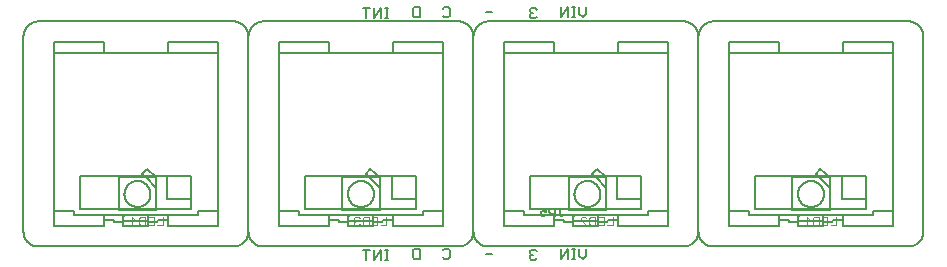
<source format=gbr>
G04 EAGLE Gerber RS-274X export*
G75*
%MOMM*%
%FSLAX34Y34*%
%LPD*%
%INSilkscreen Bottom*%
%IPPOS*%
%AMOC8*
5,1,8,0,0,1.08239X$1,22.5*%
G01*
%ADD10C,0.152400*%
%ADD11C,0.127000*%
%ADD12C,0.076200*%


D10*
X476532Y215145D02*
X476532Y209383D01*
X473650Y206502D01*
X470769Y209383D01*
X470769Y215145D01*
X467176Y206502D02*
X464295Y206502D01*
X465736Y206502D02*
X465736Y215145D01*
X467176Y215145D02*
X464295Y215145D01*
X460940Y215145D02*
X460940Y206502D01*
X455177Y206502D02*
X460940Y215145D01*
X455177Y215145D02*
X455177Y206502D01*
X434446Y213070D02*
X433005Y214510D01*
X430124Y214510D01*
X428683Y213070D01*
X428683Y211629D01*
X430124Y210189D01*
X431564Y210189D01*
X430124Y210189D02*
X428683Y208748D01*
X428683Y207308D01*
X430124Y205867D01*
X433005Y205867D01*
X434446Y207308D01*
X396981Y210824D02*
X391218Y210824D01*
X356464Y215145D02*
X355023Y213705D01*
X356464Y215145D02*
X359345Y215145D01*
X360786Y213705D01*
X360786Y207943D01*
X359345Y206502D01*
X356464Y206502D01*
X355023Y207943D01*
X335386Y206502D02*
X335386Y215145D01*
X335386Y206502D02*
X331064Y206502D01*
X329623Y207943D01*
X329623Y213705D01*
X331064Y215145D01*
X335386Y215145D01*
X308892Y205867D02*
X306010Y205867D01*
X307451Y205867D02*
X307451Y214510D01*
X308892Y214510D02*
X306010Y214510D01*
X302655Y214510D02*
X302655Y205867D01*
X296893Y205867D02*
X302655Y214510D01*
X296893Y214510D02*
X296893Y205867D01*
X290419Y205867D02*
X290419Y214510D01*
X293300Y214510D02*
X287537Y214510D01*
X476532Y10675D02*
X476532Y4913D01*
X473650Y2032D01*
X470769Y4913D01*
X470769Y10675D01*
X467176Y2032D02*
X464295Y2032D01*
X465736Y2032D02*
X465736Y10675D01*
X467176Y10675D02*
X464295Y10675D01*
X460940Y10675D02*
X460940Y2032D01*
X455177Y2032D02*
X460940Y10675D01*
X455177Y10675D02*
X455177Y2032D01*
X434446Y8600D02*
X433005Y10040D01*
X430124Y10040D01*
X428683Y8600D01*
X428683Y7159D01*
X430124Y5719D01*
X431564Y5719D01*
X430124Y5719D02*
X428683Y4278D01*
X428683Y2838D01*
X430124Y1397D01*
X433005Y1397D01*
X434446Y2838D01*
X396981Y6354D02*
X391218Y6354D01*
X356464Y10675D02*
X355023Y9235D01*
X356464Y10675D02*
X359345Y10675D01*
X360786Y9235D01*
X360786Y3473D01*
X359345Y2032D01*
X356464Y2032D01*
X355023Y3473D01*
X335386Y2032D02*
X335386Y10675D01*
X335386Y2032D02*
X331064Y2032D01*
X329623Y3473D01*
X329623Y9235D01*
X331064Y10675D01*
X335386Y10675D01*
X308892Y1397D02*
X306010Y1397D01*
X307451Y1397D02*
X307451Y10040D01*
X308892Y10040D02*
X306010Y10040D01*
X302655Y10040D02*
X302655Y1397D01*
X296893Y1397D02*
X302655Y10040D01*
X296893Y10040D02*
X296893Y1397D01*
X290419Y1397D02*
X290419Y10040D01*
X293300Y10040D02*
X287537Y10040D01*
D11*
X48300Y44350D02*
X48300Y72430D01*
X48300Y44350D02*
X142080Y44350D01*
X142080Y72430D01*
X48300Y72430D01*
X48300Y72460D01*
X121890Y52870D02*
X142110Y52870D01*
X121890Y52870D02*
X121890Y72370D01*
X122370Y185500D02*
X164490Y185500D01*
X164490Y42640D01*
X164490Y29860D01*
X122250Y29860D01*
X122250Y38860D01*
X68370Y38860D01*
X68370Y29860D01*
X25680Y29860D01*
X25680Y42640D01*
X25680Y176050D01*
X25680Y185560D01*
X68190Y185560D01*
X68190Y176050D01*
X122280Y176050D01*
X122280Y185500D01*
X105780Y38830D02*
X105780Y31960D01*
X105780Y38830D02*
X105750Y38830D01*
X105780Y31780D02*
X105780Y30340D01*
X84690Y30340D01*
X84690Y33670D01*
X84690Y34450D01*
X105660Y34450D01*
X84690Y34450D02*
X84690Y38830D01*
X84720Y38830D01*
X105840Y33700D02*
X113430Y33700D01*
X105840Y33700D02*
X105840Y33730D01*
X113430Y33700D02*
X114300Y34870D01*
X122160Y34870D01*
X84690Y33670D02*
X77070Y33670D01*
X71910Y34840D02*
X68400Y34840D01*
X71940Y34840D02*
X76560Y34840D01*
X76560Y34870D01*
X77070Y33670D01*
X122280Y176050D02*
X164430Y176050D01*
X164430Y176020D01*
X68190Y176050D02*
X25680Y176050D01*
X122280Y39130D02*
X122280Y37990D01*
X122280Y39130D02*
X147600Y39130D01*
X147600Y42640D01*
X164490Y42640D01*
X28620Y42640D02*
X25680Y42640D01*
X28650Y42640D02*
X42780Y42640D01*
X42780Y39160D01*
X68370Y39160D01*
X68370Y38860D01*
D10*
X0Y25400D02*
X0Y190500D01*
X0Y25400D02*
X4Y25093D01*
X15Y24786D01*
X33Y24480D01*
X59Y24174D01*
X93Y23869D01*
X133Y23565D01*
X181Y23262D01*
X237Y22960D01*
X299Y22660D01*
X369Y22361D01*
X446Y22064D01*
X530Y21768D01*
X622Y21475D01*
X720Y21185D01*
X825Y20897D01*
X938Y20611D01*
X1057Y20328D01*
X1183Y20048D01*
X1315Y19771D01*
X1455Y19498D01*
X1601Y19228D01*
X1753Y18962D01*
X1912Y18699D01*
X2077Y18440D01*
X2248Y18186D01*
X2425Y17935D01*
X2609Y17689D01*
X2798Y17447D01*
X2993Y17211D01*
X3194Y16978D01*
X3400Y16751D01*
X3612Y16529D01*
X3829Y16312D01*
X4051Y16100D01*
X4278Y15894D01*
X4511Y15693D01*
X4747Y15498D01*
X4989Y15309D01*
X5235Y15125D01*
X5486Y14948D01*
X5740Y14777D01*
X5999Y14612D01*
X6262Y14453D01*
X6528Y14301D01*
X6798Y14155D01*
X7071Y14015D01*
X7348Y13883D01*
X7628Y13757D01*
X7911Y13638D01*
X8197Y13525D01*
X8485Y13420D01*
X8775Y13322D01*
X9068Y13230D01*
X9364Y13146D01*
X9661Y13069D01*
X9960Y12999D01*
X10260Y12937D01*
X10562Y12881D01*
X10865Y12833D01*
X11169Y12793D01*
X11474Y12759D01*
X11780Y12733D01*
X12086Y12715D01*
X12393Y12704D01*
X12700Y12700D01*
X177800Y12700D01*
X178107Y12704D01*
X178414Y12715D01*
X178720Y12733D01*
X179026Y12759D01*
X179331Y12793D01*
X179635Y12833D01*
X179938Y12881D01*
X180240Y12937D01*
X180540Y12999D01*
X180839Y13069D01*
X181136Y13146D01*
X181432Y13230D01*
X181725Y13322D01*
X182015Y13420D01*
X182303Y13525D01*
X182589Y13638D01*
X182872Y13757D01*
X183152Y13883D01*
X183429Y14015D01*
X183702Y14155D01*
X183972Y14301D01*
X184238Y14453D01*
X184501Y14612D01*
X184760Y14777D01*
X185014Y14948D01*
X185265Y15125D01*
X185511Y15309D01*
X185753Y15498D01*
X185989Y15693D01*
X186222Y15894D01*
X186449Y16100D01*
X186671Y16312D01*
X186888Y16529D01*
X187100Y16751D01*
X187306Y16978D01*
X187507Y17211D01*
X187702Y17447D01*
X187891Y17689D01*
X188075Y17935D01*
X188252Y18186D01*
X188423Y18440D01*
X188588Y18699D01*
X188747Y18962D01*
X188899Y19228D01*
X189045Y19498D01*
X189185Y19771D01*
X189317Y20048D01*
X189443Y20328D01*
X189562Y20611D01*
X189675Y20897D01*
X189780Y21185D01*
X189878Y21475D01*
X189970Y21768D01*
X190054Y22064D01*
X190131Y22361D01*
X190201Y22660D01*
X190263Y22960D01*
X190319Y23262D01*
X190367Y23565D01*
X190407Y23869D01*
X190441Y24174D01*
X190467Y24480D01*
X190485Y24786D01*
X190496Y25093D01*
X190500Y25400D01*
X190500Y190500D01*
X190496Y190807D01*
X190485Y191114D01*
X190467Y191420D01*
X190441Y191726D01*
X190407Y192031D01*
X190367Y192335D01*
X190319Y192638D01*
X190263Y192940D01*
X190201Y193240D01*
X190131Y193539D01*
X190054Y193836D01*
X189970Y194132D01*
X189878Y194425D01*
X189780Y194715D01*
X189675Y195003D01*
X189562Y195289D01*
X189443Y195572D01*
X189317Y195852D01*
X189185Y196129D01*
X189045Y196402D01*
X188899Y196672D01*
X188747Y196938D01*
X188588Y197201D01*
X188423Y197460D01*
X188252Y197714D01*
X188075Y197965D01*
X187891Y198211D01*
X187702Y198453D01*
X187507Y198689D01*
X187306Y198922D01*
X187100Y199149D01*
X186888Y199371D01*
X186671Y199588D01*
X186449Y199800D01*
X186222Y200006D01*
X185989Y200207D01*
X185753Y200402D01*
X185511Y200591D01*
X185265Y200775D01*
X185014Y200952D01*
X184760Y201123D01*
X184501Y201288D01*
X184238Y201447D01*
X183972Y201599D01*
X183702Y201745D01*
X183429Y201885D01*
X183152Y202017D01*
X182872Y202143D01*
X182589Y202262D01*
X182303Y202375D01*
X182015Y202480D01*
X181725Y202578D01*
X181432Y202670D01*
X181136Y202754D01*
X180839Y202831D01*
X180540Y202901D01*
X180240Y202963D01*
X179938Y203019D01*
X179635Y203067D01*
X179331Y203107D01*
X179026Y203141D01*
X178720Y203167D01*
X178414Y203185D01*
X178107Y203196D01*
X177800Y203200D01*
X12700Y203200D01*
X12393Y203196D01*
X12086Y203185D01*
X11780Y203167D01*
X11474Y203141D01*
X11169Y203107D01*
X10865Y203067D01*
X10562Y203019D01*
X10260Y202963D01*
X9960Y202901D01*
X9661Y202831D01*
X9364Y202754D01*
X9068Y202670D01*
X8775Y202578D01*
X8485Y202480D01*
X8197Y202375D01*
X7911Y202262D01*
X7628Y202143D01*
X7348Y202017D01*
X7071Y201885D01*
X6798Y201745D01*
X6528Y201599D01*
X6262Y201447D01*
X5999Y201288D01*
X5740Y201123D01*
X5486Y200952D01*
X5235Y200775D01*
X4989Y200591D01*
X4747Y200402D01*
X4511Y200207D01*
X4278Y200006D01*
X4051Y199800D01*
X3829Y199588D01*
X3612Y199371D01*
X3400Y199149D01*
X3194Y198922D01*
X2993Y198689D01*
X2798Y198453D01*
X2609Y198211D01*
X2425Y197965D01*
X2248Y197714D01*
X2077Y197460D01*
X1912Y197201D01*
X1753Y196938D01*
X1601Y196672D01*
X1455Y196402D01*
X1315Y196129D01*
X1183Y195852D01*
X1057Y195572D01*
X938Y195289D01*
X825Y195003D01*
X720Y194715D01*
X622Y194425D01*
X530Y194132D01*
X446Y193836D01*
X369Y193539D01*
X299Y193240D01*
X237Y192940D01*
X181Y192638D01*
X133Y192335D01*
X93Y192031D01*
X59Y191726D01*
X33Y191420D01*
X15Y191114D01*
X4Y190807D01*
X0Y190500D01*
D11*
X650750Y43150D02*
X682750Y43150D01*
X682750Y62150D01*
X682750Y71150D01*
X673750Y71150D01*
X650750Y71150D01*
X650750Y43150D01*
X673750Y71150D02*
X682750Y62150D01*
X655750Y57150D02*
X655753Y57420D01*
X655763Y57690D01*
X655780Y57959D01*
X655803Y58228D01*
X655833Y58497D01*
X655869Y58764D01*
X655912Y59031D01*
X655961Y59296D01*
X656017Y59560D01*
X656080Y59823D01*
X656148Y60084D01*
X656224Y60343D01*
X656305Y60600D01*
X656393Y60856D01*
X656487Y61109D01*
X656587Y61360D01*
X656694Y61608D01*
X656806Y61853D01*
X656925Y62096D01*
X657049Y62335D01*
X657179Y62572D01*
X657315Y62805D01*
X657457Y63035D01*
X657604Y63261D01*
X657757Y63484D01*
X657915Y63703D01*
X658078Y63918D01*
X658247Y64128D01*
X658421Y64335D01*
X658600Y64537D01*
X658783Y64735D01*
X658972Y64928D01*
X659165Y65117D01*
X659363Y65300D01*
X659565Y65479D01*
X659772Y65653D01*
X659982Y65822D01*
X660197Y65985D01*
X660416Y66143D01*
X660639Y66296D01*
X660865Y66443D01*
X661095Y66585D01*
X661328Y66721D01*
X661565Y66851D01*
X661804Y66975D01*
X662047Y67094D01*
X662292Y67206D01*
X662540Y67313D01*
X662791Y67413D01*
X663044Y67507D01*
X663300Y67595D01*
X663557Y67676D01*
X663816Y67752D01*
X664077Y67820D01*
X664340Y67883D01*
X664604Y67939D01*
X664869Y67988D01*
X665136Y68031D01*
X665403Y68067D01*
X665672Y68097D01*
X665941Y68120D01*
X666210Y68137D01*
X666480Y68147D01*
X666750Y68150D01*
X667020Y68147D01*
X667290Y68137D01*
X667559Y68120D01*
X667828Y68097D01*
X668097Y68067D01*
X668364Y68031D01*
X668631Y67988D01*
X668896Y67939D01*
X669160Y67883D01*
X669423Y67820D01*
X669684Y67752D01*
X669943Y67676D01*
X670200Y67595D01*
X670456Y67507D01*
X670709Y67413D01*
X670960Y67313D01*
X671208Y67206D01*
X671453Y67094D01*
X671696Y66975D01*
X671935Y66851D01*
X672172Y66721D01*
X672405Y66585D01*
X672635Y66443D01*
X672861Y66296D01*
X673084Y66143D01*
X673303Y65985D01*
X673518Y65822D01*
X673728Y65653D01*
X673935Y65479D01*
X674137Y65300D01*
X674335Y65117D01*
X674528Y64928D01*
X674717Y64735D01*
X674900Y64537D01*
X675079Y64335D01*
X675253Y64128D01*
X675422Y63918D01*
X675585Y63703D01*
X675743Y63484D01*
X675896Y63261D01*
X676043Y63035D01*
X676185Y62805D01*
X676321Y62572D01*
X676451Y62335D01*
X676575Y62096D01*
X676694Y61853D01*
X676806Y61608D01*
X676913Y61360D01*
X677013Y61109D01*
X677107Y60856D01*
X677195Y60600D01*
X677276Y60343D01*
X677352Y60084D01*
X677420Y59823D01*
X677483Y59560D01*
X677539Y59296D01*
X677588Y59031D01*
X677631Y58764D01*
X677667Y58497D01*
X677697Y58228D01*
X677720Y57959D01*
X677737Y57690D01*
X677747Y57420D01*
X677750Y57150D01*
X677747Y56880D01*
X677737Y56610D01*
X677720Y56341D01*
X677697Y56072D01*
X677667Y55803D01*
X677631Y55536D01*
X677588Y55269D01*
X677539Y55004D01*
X677483Y54740D01*
X677420Y54477D01*
X677352Y54216D01*
X677276Y53957D01*
X677195Y53700D01*
X677107Y53444D01*
X677013Y53191D01*
X676913Y52940D01*
X676806Y52692D01*
X676694Y52447D01*
X676575Y52204D01*
X676451Y51965D01*
X676321Y51728D01*
X676185Y51495D01*
X676043Y51265D01*
X675896Y51039D01*
X675743Y50816D01*
X675585Y50597D01*
X675422Y50382D01*
X675253Y50172D01*
X675079Y49965D01*
X674900Y49763D01*
X674717Y49565D01*
X674528Y49372D01*
X674335Y49183D01*
X674137Y49000D01*
X673935Y48821D01*
X673728Y48647D01*
X673518Y48478D01*
X673303Y48315D01*
X673084Y48157D01*
X672861Y48004D01*
X672635Y47857D01*
X672405Y47715D01*
X672172Y47579D01*
X671935Y47449D01*
X671696Y47325D01*
X671453Y47206D01*
X671208Y47094D01*
X670960Y46987D01*
X670709Y46887D01*
X670456Y46793D01*
X670200Y46705D01*
X669943Y46624D01*
X669684Y46548D01*
X669423Y46480D01*
X669160Y46417D01*
X668896Y46361D01*
X668631Y46312D01*
X668364Y46269D01*
X668097Y46233D01*
X667828Y46203D01*
X667559Y46180D01*
X667290Y46163D01*
X667020Y46153D01*
X666750Y46150D01*
X666480Y46153D01*
X666210Y46163D01*
X665941Y46180D01*
X665672Y46203D01*
X665403Y46233D01*
X665136Y46269D01*
X664869Y46312D01*
X664604Y46361D01*
X664340Y46417D01*
X664077Y46480D01*
X663816Y46548D01*
X663557Y46624D01*
X663300Y46705D01*
X663044Y46793D01*
X662791Y46887D01*
X662540Y46987D01*
X662292Y47094D01*
X662047Y47206D01*
X661804Y47325D01*
X661565Y47449D01*
X661328Y47579D01*
X661095Y47715D01*
X660865Y47857D01*
X660639Y48004D01*
X660416Y48157D01*
X660197Y48315D01*
X659982Y48478D01*
X659772Y48647D01*
X659565Y48821D01*
X659363Y49000D01*
X659165Y49183D01*
X658972Y49372D01*
X658783Y49565D01*
X658600Y49763D01*
X658421Y49965D01*
X658247Y50172D01*
X658078Y50382D01*
X657915Y50597D01*
X657757Y50816D01*
X657604Y51039D01*
X657457Y51265D01*
X657315Y51495D01*
X657179Y51728D01*
X657049Y51965D01*
X656925Y52204D01*
X656806Y52447D01*
X656694Y52692D01*
X656587Y52940D01*
X656487Y53191D01*
X656393Y53444D01*
X656305Y53700D01*
X656224Y53957D01*
X656148Y54216D01*
X656080Y54477D01*
X656017Y54740D01*
X655961Y55004D01*
X655912Y55269D01*
X655869Y55536D01*
X655833Y55803D01*
X655803Y56072D01*
X655780Y56341D01*
X655763Y56610D01*
X655753Y56880D01*
X655750Y57150D01*
X670750Y74150D02*
X673750Y71150D01*
X670750Y74150D02*
X674750Y78150D01*
X682750Y71150D01*
D12*
X688244Y37828D02*
X688244Y30456D01*
X683329Y30456D01*
X680760Y37828D02*
X675845Y37828D01*
X680760Y37828D02*
X680760Y30456D01*
X675845Y30456D01*
X678302Y34142D02*
X680760Y34142D01*
X673276Y37828D02*
X673276Y30456D01*
X669590Y30456D01*
X668361Y31685D01*
X668361Y36600D01*
X669590Y37828D01*
X673276Y37828D01*
X665792Y35371D02*
X663334Y37828D01*
X663334Y30456D01*
X660877Y30456D02*
X665792Y30456D01*
D10*
X457200Y39202D02*
X456098Y38100D01*
X454997Y38100D01*
X453895Y39202D01*
X453895Y44710D01*
X452794Y44710D02*
X454997Y44710D01*
X449716Y44710D02*
X449716Y38100D01*
X449716Y44710D02*
X446411Y44710D01*
X445309Y43608D01*
X445309Y41405D01*
X446411Y40303D01*
X449716Y40303D01*
X442232Y44710D02*
X437825Y44710D01*
X442232Y44710D02*
X442232Y41405D01*
X440029Y42506D01*
X438927Y42506D01*
X437825Y41405D01*
X437825Y39202D01*
X438927Y38100D01*
X441130Y38100D01*
X442232Y39202D01*
D11*
X238800Y44350D02*
X238800Y72430D01*
X238800Y44350D02*
X332580Y44350D01*
X332580Y72430D01*
X238800Y72430D01*
X238800Y72460D01*
X312390Y52870D02*
X332610Y52870D01*
X312390Y52870D02*
X312390Y72370D01*
X312870Y185500D02*
X354990Y185500D01*
X354990Y42640D01*
X354990Y29860D01*
X312750Y29860D01*
X312750Y38860D01*
X258870Y38860D01*
X258870Y29860D01*
X216180Y29860D01*
X216180Y42640D01*
X216180Y176050D01*
X216180Y185560D01*
X258690Y185560D01*
X258690Y176050D01*
X312780Y176050D01*
X312780Y185500D01*
X296280Y38830D02*
X296280Y31960D01*
X296280Y38830D02*
X296250Y38830D01*
X296280Y31780D02*
X296280Y30340D01*
X275190Y30340D01*
X275190Y33670D01*
X275190Y34450D01*
X296160Y34450D01*
X275190Y34450D02*
X275190Y38830D01*
X275220Y38830D01*
X296340Y33700D02*
X303930Y33700D01*
X296340Y33700D02*
X296340Y33730D01*
X303930Y33700D02*
X304800Y34870D01*
X312660Y34870D01*
X275190Y33670D02*
X267570Y33670D01*
X262410Y34840D02*
X258900Y34840D01*
X262440Y34840D02*
X267060Y34840D01*
X267060Y34870D01*
X267570Y33670D01*
X312780Y176050D02*
X354930Y176050D01*
X354930Y176020D01*
X258690Y176050D02*
X216180Y176050D01*
X312780Y39130D02*
X312780Y37990D01*
X312780Y39130D02*
X338100Y39130D01*
X338100Y42640D01*
X354990Y42640D01*
X219120Y42640D02*
X216180Y42640D01*
X219150Y42640D02*
X233280Y42640D01*
X233280Y39160D01*
X258870Y39160D01*
X258870Y38860D01*
D10*
X190500Y25400D02*
X190500Y190500D01*
X190500Y25400D02*
X190504Y25093D01*
X190515Y24786D01*
X190533Y24480D01*
X190559Y24174D01*
X190593Y23869D01*
X190633Y23565D01*
X190681Y23262D01*
X190737Y22960D01*
X190799Y22660D01*
X190869Y22361D01*
X190946Y22064D01*
X191030Y21768D01*
X191122Y21475D01*
X191220Y21185D01*
X191325Y20897D01*
X191438Y20611D01*
X191557Y20328D01*
X191683Y20048D01*
X191815Y19771D01*
X191955Y19498D01*
X192101Y19228D01*
X192253Y18962D01*
X192412Y18699D01*
X192577Y18440D01*
X192748Y18186D01*
X192925Y17935D01*
X193109Y17689D01*
X193298Y17447D01*
X193493Y17211D01*
X193694Y16978D01*
X193900Y16751D01*
X194112Y16529D01*
X194329Y16312D01*
X194551Y16100D01*
X194778Y15894D01*
X195011Y15693D01*
X195247Y15498D01*
X195489Y15309D01*
X195735Y15125D01*
X195986Y14948D01*
X196240Y14777D01*
X196499Y14612D01*
X196762Y14453D01*
X197028Y14301D01*
X197298Y14155D01*
X197571Y14015D01*
X197848Y13883D01*
X198128Y13757D01*
X198411Y13638D01*
X198697Y13525D01*
X198985Y13420D01*
X199275Y13322D01*
X199568Y13230D01*
X199864Y13146D01*
X200161Y13069D01*
X200460Y12999D01*
X200760Y12937D01*
X201062Y12881D01*
X201365Y12833D01*
X201669Y12793D01*
X201974Y12759D01*
X202280Y12733D01*
X202586Y12715D01*
X202893Y12704D01*
X203200Y12700D01*
X368300Y12700D01*
X368607Y12704D01*
X368914Y12715D01*
X369220Y12733D01*
X369526Y12759D01*
X369831Y12793D01*
X370135Y12833D01*
X370438Y12881D01*
X370740Y12937D01*
X371040Y12999D01*
X371339Y13069D01*
X371636Y13146D01*
X371932Y13230D01*
X372225Y13322D01*
X372515Y13420D01*
X372803Y13525D01*
X373089Y13638D01*
X373372Y13757D01*
X373652Y13883D01*
X373929Y14015D01*
X374202Y14155D01*
X374472Y14301D01*
X374738Y14453D01*
X375001Y14612D01*
X375260Y14777D01*
X375514Y14948D01*
X375765Y15125D01*
X376011Y15309D01*
X376253Y15498D01*
X376489Y15693D01*
X376722Y15894D01*
X376949Y16100D01*
X377171Y16312D01*
X377388Y16529D01*
X377600Y16751D01*
X377806Y16978D01*
X378007Y17211D01*
X378202Y17447D01*
X378391Y17689D01*
X378575Y17935D01*
X378752Y18186D01*
X378923Y18440D01*
X379088Y18699D01*
X379247Y18962D01*
X379399Y19228D01*
X379545Y19498D01*
X379685Y19771D01*
X379817Y20048D01*
X379943Y20328D01*
X380062Y20611D01*
X380175Y20897D01*
X380280Y21185D01*
X380378Y21475D01*
X380470Y21768D01*
X380554Y22064D01*
X380631Y22361D01*
X380701Y22660D01*
X380763Y22960D01*
X380819Y23262D01*
X380867Y23565D01*
X380907Y23869D01*
X380941Y24174D01*
X380967Y24480D01*
X380985Y24786D01*
X380996Y25093D01*
X381000Y25400D01*
X381000Y190500D01*
X380996Y190807D01*
X380985Y191114D01*
X380967Y191420D01*
X380941Y191726D01*
X380907Y192031D01*
X380867Y192335D01*
X380819Y192638D01*
X380763Y192940D01*
X380701Y193240D01*
X380631Y193539D01*
X380554Y193836D01*
X380470Y194132D01*
X380378Y194425D01*
X380280Y194715D01*
X380175Y195003D01*
X380062Y195289D01*
X379943Y195572D01*
X379817Y195852D01*
X379685Y196129D01*
X379545Y196402D01*
X379399Y196672D01*
X379247Y196938D01*
X379088Y197201D01*
X378923Y197460D01*
X378752Y197714D01*
X378575Y197965D01*
X378391Y198211D01*
X378202Y198453D01*
X378007Y198689D01*
X377806Y198922D01*
X377600Y199149D01*
X377388Y199371D01*
X377171Y199588D01*
X376949Y199800D01*
X376722Y200006D01*
X376489Y200207D01*
X376253Y200402D01*
X376011Y200591D01*
X375765Y200775D01*
X375514Y200952D01*
X375260Y201123D01*
X375001Y201288D01*
X374738Y201447D01*
X374472Y201599D01*
X374202Y201745D01*
X373929Y201885D01*
X373652Y202017D01*
X373372Y202143D01*
X373089Y202262D01*
X372803Y202375D01*
X372515Y202480D01*
X372225Y202578D01*
X371932Y202670D01*
X371636Y202754D01*
X371339Y202831D01*
X371040Y202901D01*
X370740Y202963D01*
X370438Y203019D01*
X370135Y203067D01*
X369831Y203107D01*
X369526Y203141D01*
X369220Y203167D01*
X368914Y203185D01*
X368607Y203196D01*
X368300Y203200D01*
X203200Y203200D01*
X202893Y203196D01*
X202586Y203185D01*
X202280Y203167D01*
X201974Y203141D01*
X201669Y203107D01*
X201365Y203067D01*
X201062Y203019D01*
X200760Y202963D01*
X200460Y202901D01*
X200161Y202831D01*
X199864Y202754D01*
X199568Y202670D01*
X199275Y202578D01*
X198985Y202480D01*
X198697Y202375D01*
X198411Y202262D01*
X198128Y202143D01*
X197848Y202017D01*
X197571Y201885D01*
X197298Y201745D01*
X197028Y201599D01*
X196762Y201447D01*
X196499Y201288D01*
X196240Y201123D01*
X195986Y200952D01*
X195735Y200775D01*
X195489Y200591D01*
X195247Y200402D01*
X195011Y200207D01*
X194778Y200006D01*
X194551Y199800D01*
X194329Y199588D01*
X194112Y199371D01*
X193900Y199149D01*
X193694Y198922D01*
X193493Y198689D01*
X193298Y198453D01*
X193109Y198211D01*
X192925Y197965D01*
X192748Y197714D01*
X192577Y197460D01*
X192412Y197201D01*
X192253Y196938D01*
X192101Y196672D01*
X191955Y196402D01*
X191815Y196129D01*
X191683Y195852D01*
X191557Y195572D01*
X191438Y195289D01*
X191325Y195003D01*
X191220Y194715D01*
X191122Y194425D01*
X191030Y194132D01*
X190946Y193836D01*
X190869Y193539D01*
X190799Y193240D01*
X190737Y192940D01*
X190681Y192638D01*
X190633Y192335D01*
X190593Y192031D01*
X190559Y191726D01*
X190533Y191420D01*
X190515Y191114D01*
X190504Y190807D01*
X190500Y190500D01*
D11*
X429300Y72430D02*
X429300Y44350D01*
X523080Y44350D01*
X523080Y72430D01*
X429300Y72430D01*
X429300Y72460D01*
X502890Y52870D02*
X523110Y52870D01*
X502890Y52870D02*
X502890Y72370D01*
X503370Y185500D02*
X545490Y185500D01*
X545490Y42640D01*
X545490Y29860D01*
X503250Y29860D01*
X503250Y38860D01*
X449370Y38860D01*
X449370Y29860D01*
X406680Y29860D01*
X406680Y42640D01*
X406680Y176050D01*
X406680Y185560D01*
X449190Y185560D01*
X449190Y176050D01*
X503280Y176050D01*
X503280Y185500D01*
X486780Y38830D02*
X486780Y31960D01*
X486780Y38830D02*
X486750Y38830D01*
X486780Y31780D02*
X486780Y30340D01*
X465690Y30340D01*
X465690Y33670D01*
X465690Y34450D01*
X486660Y34450D01*
X465690Y34450D02*
X465690Y38830D01*
X465720Y38830D01*
X486840Y33700D02*
X494430Y33700D01*
X486840Y33700D02*
X486840Y33730D01*
X494430Y33700D02*
X495300Y34870D01*
X503160Y34870D01*
X465690Y33670D02*
X458070Y33670D01*
X452910Y34840D02*
X449400Y34840D01*
X452940Y34840D02*
X457560Y34840D01*
X457560Y34870D01*
X458070Y33670D01*
X503280Y176050D02*
X545430Y176050D01*
X545430Y176020D01*
X449190Y176050D02*
X406680Y176050D01*
X503280Y39130D02*
X503280Y37990D01*
X503280Y39130D02*
X528600Y39130D01*
X528600Y42640D01*
X545490Y42640D01*
X409620Y42640D02*
X406680Y42640D01*
X409650Y42640D02*
X423780Y42640D01*
X423780Y39160D01*
X449370Y39160D01*
X449370Y38860D01*
D10*
X381000Y25400D02*
X381000Y190500D01*
X381000Y25400D02*
X381004Y25093D01*
X381015Y24786D01*
X381033Y24480D01*
X381059Y24174D01*
X381093Y23869D01*
X381133Y23565D01*
X381181Y23262D01*
X381237Y22960D01*
X381299Y22660D01*
X381369Y22361D01*
X381446Y22064D01*
X381530Y21768D01*
X381622Y21475D01*
X381720Y21185D01*
X381825Y20897D01*
X381938Y20611D01*
X382057Y20328D01*
X382183Y20048D01*
X382315Y19771D01*
X382455Y19498D01*
X382601Y19228D01*
X382753Y18962D01*
X382912Y18699D01*
X383077Y18440D01*
X383248Y18186D01*
X383425Y17935D01*
X383609Y17689D01*
X383798Y17447D01*
X383993Y17211D01*
X384194Y16978D01*
X384400Y16751D01*
X384612Y16529D01*
X384829Y16312D01*
X385051Y16100D01*
X385278Y15894D01*
X385511Y15693D01*
X385747Y15498D01*
X385989Y15309D01*
X386235Y15125D01*
X386486Y14948D01*
X386740Y14777D01*
X386999Y14612D01*
X387262Y14453D01*
X387528Y14301D01*
X387798Y14155D01*
X388071Y14015D01*
X388348Y13883D01*
X388628Y13757D01*
X388911Y13638D01*
X389197Y13525D01*
X389485Y13420D01*
X389775Y13322D01*
X390068Y13230D01*
X390364Y13146D01*
X390661Y13069D01*
X390960Y12999D01*
X391260Y12937D01*
X391562Y12881D01*
X391865Y12833D01*
X392169Y12793D01*
X392474Y12759D01*
X392780Y12733D01*
X393086Y12715D01*
X393393Y12704D01*
X393700Y12700D01*
X558800Y12700D01*
X559107Y12704D01*
X559414Y12715D01*
X559720Y12733D01*
X560026Y12759D01*
X560331Y12793D01*
X560635Y12833D01*
X560938Y12881D01*
X561240Y12937D01*
X561540Y12999D01*
X561839Y13069D01*
X562136Y13146D01*
X562432Y13230D01*
X562725Y13322D01*
X563015Y13420D01*
X563303Y13525D01*
X563589Y13638D01*
X563872Y13757D01*
X564152Y13883D01*
X564429Y14015D01*
X564702Y14155D01*
X564972Y14301D01*
X565238Y14453D01*
X565501Y14612D01*
X565760Y14777D01*
X566014Y14948D01*
X566265Y15125D01*
X566511Y15309D01*
X566753Y15498D01*
X566989Y15693D01*
X567222Y15894D01*
X567449Y16100D01*
X567671Y16312D01*
X567888Y16529D01*
X568100Y16751D01*
X568306Y16978D01*
X568507Y17211D01*
X568702Y17447D01*
X568891Y17689D01*
X569075Y17935D01*
X569252Y18186D01*
X569423Y18440D01*
X569588Y18699D01*
X569747Y18962D01*
X569899Y19228D01*
X570045Y19498D01*
X570185Y19771D01*
X570317Y20048D01*
X570443Y20328D01*
X570562Y20611D01*
X570675Y20897D01*
X570780Y21185D01*
X570878Y21475D01*
X570970Y21768D01*
X571054Y22064D01*
X571131Y22361D01*
X571201Y22660D01*
X571263Y22960D01*
X571319Y23262D01*
X571367Y23565D01*
X571407Y23869D01*
X571441Y24174D01*
X571467Y24480D01*
X571485Y24786D01*
X571496Y25093D01*
X571500Y25400D01*
X571500Y190500D01*
X571496Y190807D01*
X571485Y191114D01*
X571467Y191420D01*
X571441Y191726D01*
X571407Y192031D01*
X571367Y192335D01*
X571319Y192638D01*
X571263Y192940D01*
X571201Y193240D01*
X571131Y193539D01*
X571054Y193836D01*
X570970Y194132D01*
X570878Y194425D01*
X570780Y194715D01*
X570675Y195003D01*
X570562Y195289D01*
X570443Y195572D01*
X570317Y195852D01*
X570185Y196129D01*
X570045Y196402D01*
X569899Y196672D01*
X569747Y196938D01*
X569588Y197201D01*
X569423Y197460D01*
X569252Y197714D01*
X569075Y197965D01*
X568891Y198211D01*
X568702Y198453D01*
X568507Y198689D01*
X568306Y198922D01*
X568100Y199149D01*
X567888Y199371D01*
X567671Y199588D01*
X567449Y199800D01*
X567222Y200006D01*
X566989Y200207D01*
X566753Y200402D01*
X566511Y200591D01*
X566265Y200775D01*
X566014Y200952D01*
X565760Y201123D01*
X565501Y201288D01*
X565238Y201447D01*
X564972Y201599D01*
X564702Y201745D01*
X564429Y201885D01*
X564152Y202017D01*
X563872Y202143D01*
X563589Y202262D01*
X563303Y202375D01*
X563015Y202480D01*
X562725Y202578D01*
X562432Y202670D01*
X562136Y202754D01*
X561839Y202831D01*
X561540Y202901D01*
X561240Y202963D01*
X560938Y203019D01*
X560635Y203067D01*
X560331Y203107D01*
X560026Y203141D01*
X559720Y203167D01*
X559414Y203185D01*
X559107Y203196D01*
X558800Y203200D01*
X393700Y203200D01*
X393393Y203196D01*
X393086Y203185D01*
X392780Y203167D01*
X392474Y203141D01*
X392169Y203107D01*
X391865Y203067D01*
X391562Y203019D01*
X391260Y202963D01*
X390960Y202901D01*
X390661Y202831D01*
X390364Y202754D01*
X390068Y202670D01*
X389775Y202578D01*
X389485Y202480D01*
X389197Y202375D01*
X388911Y202262D01*
X388628Y202143D01*
X388348Y202017D01*
X388071Y201885D01*
X387798Y201745D01*
X387528Y201599D01*
X387262Y201447D01*
X386999Y201288D01*
X386740Y201123D01*
X386486Y200952D01*
X386235Y200775D01*
X385989Y200591D01*
X385747Y200402D01*
X385511Y200207D01*
X385278Y200006D01*
X385051Y199800D01*
X384829Y199588D01*
X384612Y199371D01*
X384400Y199149D01*
X384194Y198922D01*
X383993Y198689D01*
X383798Y198453D01*
X383609Y198211D01*
X383425Y197965D01*
X383248Y197714D01*
X383077Y197460D01*
X382912Y197201D01*
X382753Y196938D01*
X382601Y196672D01*
X382455Y196402D01*
X382315Y196129D01*
X382183Y195852D01*
X382057Y195572D01*
X381938Y195289D01*
X381825Y195003D01*
X381720Y194715D01*
X381622Y194425D01*
X381530Y194132D01*
X381446Y193836D01*
X381369Y193539D01*
X381299Y193240D01*
X381237Y192940D01*
X381181Y192638D01*
X381133Y192335D01*
X381093Y192031D01*
X381059Y191726D01*
X381033Y191420D01*
X381015Y191114D01*
X381004Y190807D01*
X381000Y190500D01*
D11*
X619800Y72430D02*
X619800Y44350D01*
X713580Y44350D01*
X713580Y72430D01*
X619800Y72430D01*
X619800Y72460D01*
X693390Y52870D02*
X713610Y52870D01*
X693390Y52870D02*
X693390Y72370D01*
X693870Y185500D02*
X735990Y185500D01*
X735990Y42640D01*
X735990Y29860D01*
X693750Y29860D01*
X693750Y38860D01*
X639870Y38860D01*
X639870Y29860D01*
X597180Y29860D01*
X597180Y42640D01*
X597180Y176050D01*
X597180Y185560D01*
X639690Y185560D01*
X639690Y176050D01*
X693780Y176050D01*
X693780Y185500D01*
X677280Y38830D02*
X677280Y31960D01*
X677280Y38830D02*
X677250Y38830D01*
X677280Y31780D02*
X677280Y30340D01*
X656190Y30340D01*
X656190Y33670D01*
X656190Y34450D01*
X677160Y34450D01*
X656190Y34450D02*
X656190Y38830D01*
X656220Y38830D01*
X677340Y33700D02*
X684930Y33700D01*
X677340Y33700D02*
X677340Y33730D01*
X684930Y33700D02*
X685800Y34870D01*
X693660Y34870D01*
X656190Y33670D02*
X648570Y33670D01*
X643410Y34840D02*
X639900Y34840D01*
X643440Y34840D02*
X648060Y34840D01*
X648060Y34870D01*
X648570Y33670D01*
X693780Y176050D02*
X735930Y176050D01*
X735930Y176020D01*
X639690Y176050D02*
X597180Y176050D01*
X693780Y39130D02*
X693780Y37990D01*
X693780Y39130D02*
X719100Y39130D01*
X719100Y42640D01*
X735990Y42640D01*
X600120Y42640D02*
X597180Y42640D01*
X600150Y42640D02*
X614280Y42640D01*
X614280Y39160D01*
X639870Y39160D01*
X639870Y38860D01*
D10*
X571500Y25400D02*
X571500Y190500D01*
X571500Y25400D02*
X571504Y25093D01*
X571515Y24786D01*
X571533Y24480D01*
X571559Y24174D01*
X571593Y23869D01*
X571633Y23565D01*
X571681Y23262D01*
X571737Y22960D01*
X571799Y22660D01*
X571869Y22361D01*
X571946Y22064D01*
X572030Y21768D01*
X572122Y21475D01*
X572220Y21185D01*
X572325Y20897D01*
X572438Y20611D01*
X572557Y20328D01*
X572683Y20048D01*
X572815Y19771D01*
X572955Y19498D01*
X573101Y19228D01*
X573253Y18962D01*
X573412Y18699D01*
X573577Y18440D01*
X573748Y18186D01*
X573925Y17935D01*
X574109Y17689D01*
X574298Y17447D01*
X574493Y17211D01*
X574694Y16978D01*
X574900Y16751D01*
X575112Y16529D01*
X575329Y16312D01*
X575551Y16100D01*
X575778Y15894D01*
X576011Y15693D01*
X576247Y15498D01*
X576489Y15309D01*
X576735Y15125D01*
X576986Y14948D01*
X577240Y14777D01*
X577499Y14612D01*
X577762Y14453D01*
X578028Y14301D01*
X578298Y14155D01*
X578571Y14015D01*
X578848Y13883D01*
X579128Y13757D01*
X579411Y13638D01*
X579697Y13525D01*
X579985Y13420D01*
X580275Y13322D01*
X580568Y13230D01*
X580864Y13146D01*
X581161Y13069D01*
X581460Y12999D01*
X581760Y12937D01*
X582062Y12881D01*
X582365Y12833D01*
X582669Y12793D01*
X582974Y12759D01*
X583280Y12733D01*
X583586Y12715D01*
X583893Y12704D01*
X584200Y12700D01*
X749300Y12700D01*
X749607Y12704D01*
X749914Y12715D01*
X750220Y12733D01*
X750526Y12759D01*
X750831Y12793D01*
X751135Y12833D01*
X751438Y12881D01*
X751740Y12937D01*
X752040Y12999D01*
X752339Y13069D01*
X752636Y13146D01*
X752932Y13230D01*
X753225Y13322D01*
X753515Y13420D01*
X753803Y13525D01*
X754089Y13638D01*
X754372Y13757D01*
X754652Y13883D01*
X754929Y14015D01*
X755202Y14155D01*
X755472Y14301D01*
X755738Y14453D01*
X756001Y14612D01*
X756260Y14777D01*
X756514Y14948D01*
X756765Y15125D01*
X757011Y15309D01*
X757253Y15498D01*
X757489Y15693D01*
X757722Y15894D01*
X757949Y16100D01*
X758171Y16312D01*
X758388Y16529D01*
X758600Y16751D01*
X758806Y16978D01*
X759007Y17211D01*
X759202Y17447D01*
X759391Y17689D01*
X759575Y17935D01*
X759752Y18186D01*
X759923Y18440D01*
X760088Y18699D01*
X760247Y18962D01*
X760399Y19228D01*
X760545Y19498D01*
X760685Y19771D01*
X760817Y20048D01*
X760943Y20328D01*
X761062Y20611D01*
X761175Y20897D01*
X761280Y21185D01*
X761378Y21475D01*
X761470Y21768D01*
X761554Y22064D01*
X761631Y22361D01*
X761701Y22660D01*
X761763Y22960D01*
X761819Y23262D01*
X761867Y23565D01*
X761907Y23869D01*
X761941Y24174D01*
X761967Y24480D01*
X761985Y24786D01*
X761996Y25093D01*
X762000Y25400D01*
X762000Y190500D01*
X761996Y190807D01*
X761985Y191114D01*
X761967Y191420D01*
X761941Y191726D01*
X761907Y192031D01*
X761867Y192335D01*
X761819Y192638D01*
X761763Y192940D01*
X761701Y193240D01*
X761631Y193539D01*
X761554Y193836D01*
X761470Y194132D01*
X761378Y194425D01*
X761280Y194715D01*
X761175Y195003D01*
X761062Y195289D01*
X760943Y195572D01*
X760817Y195852D01*
X760685Y196129D01*
X760545Y196402D01*
X760399Y196672D01*
X760247Y196938D01*
X760088Y197201D01*
X759923Y197460D01*
X759752Y197714D01*
X759575Y197965D01*
X759391Y198211D01*
X759202Y198453D01*
X759007Y198689D01*
X758806Y198922D01*
X758600Y199149D01*
X758388Y199371D01*
X758171Y199588D01*
X757949Y199800D01*
X757722Y200006D01*
X757489Y200207D01*
X757253Y200402D01*
X757011Y200591D01*
X756765Y200775D01*
X756514Y200952D01*
X756260Y201123D01*
X756001Y201288D01*
X755738Y201447D01*
X755472Y201599D01*
X755202Y201745D01*
X754929Y201885D01*
X754652Y202017D01*
X754372Y202143D01*
X754089Y202262D01*
X753803Y202375D01*
X753515Y202480D01*
X753225Y202578D01*
X752932Y202670D01*
X752636Y202754D01*
X752339Y202831D01*
X752040Y202901D01*
X751740Y202963D01*
X751438Y203019D01*
X751135Y203067D01*
X750831Y203107D01*
X750526Y203141D01*
X750220Y203167D01*
X749914Y203185D01*
X749607Y203196D01*
X749300Y203200D01*
X584200Y203200D01*
X583893Y203196D01*
X583586Y203185D01*
X583280Y203167D01*
X582974Y203141D01*
X582669Y203107D01*
X582365Y203067D01*
X582062Y203019D01*
X581760Y202963D01*
X581460Y202901D01*
X581161Y202831D01*
X580864Y202754D01*
X580568Y202670D01*
X580275Y202578D01*
X579985Y202480D01*
X579697Y202375D01*
X579411Y202262D01*
X579128Y202143D01*
X578848Y202017D01*
X578571Y201885D01*
X578298Y201745D01*
X578028Y201599D01*
X577762Y201447D01*
X577499Y201288D01*
X577240Y201123D01*
X576986Y200952D01*
X576735Y200775D01*
X576489Y200591D01*
X576247Y200402D01*
X576011Y200207D01*
X575778Y200006D01*
X575551Y199800D01*
X575329Y199588D01*
X575112Y199371D01*
X574900Y199149D01*
X574694Y198922D01*
X574493Y198689D01*
X574298Y198453D01*
X574109Y198211D01*
X573925Y197965D01*
X573748Y197714D01*
X573577Y197460D01*
X573412Y197201D01*
X573253Y196938D01*
X573101Y196672D01*
X572955Y196402D01*
X572815Y196129D01*
X572683Y195852D01*
X572557Y195572D01*
X572438Y195289D01*
X572325Y195003D01*
X572220Y194715D01*
X572122Y194425D01*
X572030Y194132D01*
X571946Y193836D01*
X571869Y193539D01*
X571799Y193240D01*
X571737Y192940D01*
X571681Y192638D01*
X571633Y192335D01*
X571593Y192031D01*
X571559Y191726D01*
X571533Y191420D01*
X571515Y191114D01*
X571504Y190807D01*
X571500Y190500D01*
D11*
X493520Y43150D02*
X461520Y43150D01*
X493520Y43150D02*
X493520Y62150D01*
X493520Y71150D01*
X484520Y71150D01*
X461520Y71150D01*
X461520Y43150D01*
X484520Y71150D02*
X493520Y62150D01*
X466520Y57150D02*
X466523Y57420D01*
X466533Y57690D01*
X466550Y57959D01*
X466573Y58228D01*
X466603Y58497D01*
X466639Y58764D01*
X466682Y59031D01*
X466731Y59296D01*
X466787Y59560D01*
X466850Y59823D01*
X466918Y60084D01*
X466994Y60343D01*
X467075Y60600D01*
X467163Y60856D01*
X467257Y61109D01*
X467357Y61360D01*
X467464Y61608D01*
X467576Y61853D01*
X467695Y62096D01*
X467819Y62335D01*
X467949Y62572D01*
X468085Y62805D01*
X468227Y63035D01*
X468374Y63261D01*
X468527Y63484D01*
X468685Y63703D01*
X468848Y63918D01*
X469017Y64128D01*
X469191Y64335D01*
X469370Y64537D01*
X469553Y64735D01*
X469742Y64928D01*
X469935Y65117D01*
X470133Y65300D01*
X470335Y65479D01*
X470542Y65653D01*
X470752Y65822D01*
X470967Y65985D01*
X471186Y66143D01*
X471409Y66296D01*
X471635Y66443D01*
X471865Y66585D01*
X472098Y66721D01*
X472335Y66851D01*
X472574Y66975D01*
X472817Y67094D01*
X473062Y67206D01*
X473310Y67313D01*
X473561Y67413D01*
X473814Y67507D01*
X474070Y67595D01*
X474327Y67676D01*
X474586Y67752D01*
X474847Y67820D01*
X475110Y67883D01*
X475374Y67939D01*
X475639Y67988D01*
X475906Y68031D01*
X476173Y68067D01*
X476442Y68097D01*
X476711Y68120D01*
X476980Y68137D01*
X477250Y68147D01*
X477520Y68150D01*
X477790Y68147D01*
X478060Y68137D01*
X478329Y68120D01*
X478598Y68097D01*
X478867Y68067D01*
X479134Y68031D01*
X479401Y67988D01*
X479666Y67939D01*
X479930Y67883D01*
X480193Y67820D01*
X480454Y67752D01*
X480713Y67676D01*
X480970Y67595D01*
X481226Y67507D01*
X481479Y67413D01*
X481730Y67313D01*
X481978Y67206D01*
X482223Y67094D01*
X482466Y66975D01*
X482705Y66851D01*
X482942Y66721D01*
X483175Y66585D01*
X483405Y66443D01*
X483631Y66296D01*
X483854Y66143D01*
X484073Y65985D01*
X484288Y65822D01*
X484498Y65653D01*
X484705Y65479D01*
X484907Y65300D01*
X485105Y65117D01*
X485298Y64928D01*
X485487Y64735D01*
X485670Y64537D01*
X485849Y64335D01*
X486023Y64128D01*
X486192Y63918D01*
X486355Y63703D01*
X486513Y63484D01*
X486666Y63261D01*
X486813Y63035D01*
X486955Y62805D01*
X487091Y62572D01*
X487221Y62335D01*
X487345Y62096D01*
X487464Y61853D01*
X487576Y61608D01*
X487683Y61360D01*
X487783Y61109D01*
X487877Y60856D01*
X487965Y60600D01*
X488046Y60343D01*
X488122Y60084D01*
X488190Y59823D01*
X488253Y59560D01*
X488309Y59296D01*
X488358Y59031D01*
X488401Y58764D01*
X488437Y58497D01*
X488467Y58228D01*
X488490Y57959D01*
X488507Y57690D01*
X488517Y57420D01*
X488520Y57150D01*
X488517Y56880D01*
X488507Y56610D01*
X488490Y56341D01*
X488467Y56072D01*
X488437Y55803D01*
X488401Y55536D01*
X488358Y55269D01*
X488309Y55004D01*
X488253Y54740D01*
X488190Y54477D01*
X488122Y54216D01*
X488046Y53957D01*
X487965Y53700D01*
X487877Y53444D01*
X487783Y53191D01*
X487683Y52940D01*
X487576Y52692D01*
X487464Y52447D01*
X487345Y52204D01*
X487221Y51965D01*
X487091Y51728D01*
X486955Y51495D01*
X486813Y51265D01*
X486666Y51039D01*
X486513Y50816D01*
X486355Y50597D01*
X486192Y50382D01*
X486023Y50172D01*
X485849Y49965D01*
X485670Y49763D01*
X485487Y49565D01*
X485298Y49372D01*
X485105Y49183D01*
X484907Y49000D01*
X484705Y48821D01*
X484498Y48647D01*
X484288Y48478D01*
X484073Y48315D01*
X483854Y48157D01*
X483631Y48004D01*
X483405Y47857D01*
X483175Y47715D01*
X482942Y47579D01*
X482705Y47449D01*
X482466Y47325D01*
X482223Y47206D01*
X481978Y47094D01*
X481730Y46987D01*
X481479Y46887D01*
X481226Y46793D01*
X480970Y46705D01*
X480713Y46624D01*
X480454Y46548D01*
X480193Y46480D01*
X479930Y46417D01*
X479666Y46361D01*
X479401Y46312D01*
X479134Y46269D01*
X478867Y46233D01*
X478598Y46203D01*
X478329Y46180D01*
X478060Y46163D01*
X477790Y46153D01*
X477520Y46150D01*
X477250Y46153D01*
X476980Y46163D01*
X476711Y46180D01*
X476442Y46203D01*
X476173Y46233D01*
X475906Y46269D01*
X475639Y46312D01*
X475374Y46361D01*
X475110Y46417D01*
X474847Y46480D01*
X474586Y46548D01*
X474327Y46624D01*
X474070Y46705D01*
X473814Y46793D01*
X473561Y46887D01*
X473310Y46987D01*
X473062Y47094D01*
X472817Y47206D01*
X472574Y47325D01*
X472335Y47449D01*
X472098Y47579D01*
X471865Y47715D01*
X471635Y47857D01*
X471409Y48004D01*
X471186Y48157D01*
X470967Y48315D01*
X470752Y48478D01*
X470542Y48647D01*
X470335Y48821D01*
X470133Y49000D01*
X469935Y49183D01*
X469742Y49372D01*
X469553Y49565D01*
X469370Y49763D01*
X469191Y49965D01*
X469017Y50172D01*
X468848Y50382D01*
X468685Y50597D01*
X468527Y50816D01*
X468374Y51039D01*
X468227Y51265D01*
X468085Y51495D01*
X467949Y51728D01*
X467819Y51965D01*
X467695Y52204D01*
X467576Y52447D01*
X467464Y52692D01*
X467357Y52940D01*
X467257Y53191D01*
X467163Y53444D01*
X467075Y53700D01*
X466994Y53957D01*
X466918Y54216D01*
X466850Y54477D01*
X466787Y54740D01*
X466731Y55004D01*
X466682Y55269D01*
X466639Y55536D01*
X466603Y55803D01*
X466573Y56072D01*
X466550Y56341D01*
X466533Y56610D01*
X466523Y56880D01*
X466520Y57150D01*
X481520Y74150D02*
X484520Y71150D01*
X481520Y74150D02*
X485520Y78150D01*
X493520Y71150D01*
D12*
X499014Y37828D02*
X499014Y30456D01*
X494099Y30456D01*
X491530Y37828D02*
X486615Y37828D01*
X491530Y37828D02*
X491530Y30456D01*
X486615Y30456D01*
X489072Y34142D02*
X491530Y34142D01*
X484046Y37828D02*
X484046Y30456D01*
X480360Y30456D01*
X479131Y31685D01*
X479131Y36600D01*
X480360Y37828D01*
X484046Y37828D01*
X476562Y30456D02*
X471647Y30456D01*
X476562Y30456D02*
X471647Y35371D01*
X471647Y36600D01*
X472875Y37828D01*
X475333Y37828D01*
X476562Y36600D01*
D11*
X301750Y43150D02*
X269750Y43150D01*
X301750Y43150D02*
X301750Y62150D01*
X301750Y71150D01*
X292750Y71150D01*
X269750Y71150D01*
X269750Y43150D01*
X292750Y71150D02*
X301750Y62150D01*
X274750Y57150D02*
X274753Y57420D01*
X274763Y57690D01*
X274780Y57959D01*
X274803Y58228D01*
X274833Y58497D01*
X274869Y58764D01*
X274912Y59031D01*
X274961Y59296D01*
X275017Y59560D01*
X275080Y59823D01*
X275148Y60084D01*
X275224Y60343D01*
X275305Y60600D01*
X275393Y60856D01*
X275487Y61109D01*
X275587Y61360D01*
X275694Y61608D01*
X275806Y61853D01*
X275925Y62096D01*
X276049Y62335D01*
X276179Y62572D01*
X276315Y62805D01*
X276457Y63035D01*
X276604Y63261D01*
X276757Y63484D01*
X276915Y63703D01*
X277078Y63918D01*
X277247Y64128D01*
X277421Y64335D01*
X277600Y64537D01*
X277783Y64735D01*
X277972Y64928D01*
X278165Y65117D01*
X278363Y65300D01*
X278565Y65479D01*
X278772Y65653D01*
X278982Y65822D01*
X279197Y65985D01*
X279416Y66143D01*
X279639Y66296D01*
X279865Y66443D01*
X280095Y66585D01*
X280328Y66721D01*
X280565Y66851D01*
X280804Y66975D01*
X281047Y67094D01*
X281292Y67206D01*
X281540Y67313D01*
X281791Y67413D01*
X282044Y67507D01*
X282300Y67595D01*
X282557Y67676D01*
X282816Y67752D01*
X283077Y67820D01*
X283340Y67883D01*
X283604Y67939D01*
X283869Y67988D01*
X284136Y68031D01*
X284403Y68067D01*
X284672Y68097D01*
X284941Y68120D01*
X285210Y68137D01*
X285480Y68147D01*
X285750Y68150D01*
X286020Y68147D01*
X286290Y68137D01*
X286559Y68120D01*
X286828Y68097D01*
X287097Y68067D01*
X287364Y68031D01*
X287631Y67988D01*
X287896Y67939D01*
X288160Y67883D01*
X288423Y67820D01*
X288684Y67752D01*
X288943Y67676D01*
X289200Y67595D01*
X289456Y67507D01*
X289709Y67413D01*
X289960Y67313D01*
X290208Y67206D01*
X290453Y67094D01*
X290696Y66975D01*
X290935Y66851D01*
X291172Y66721D01*
X291405Y66585D01*
X291635Y66443D01*
X291861Y66296D01*
X292084Y66143D01*
X292303Y65985D01*
X292518Y65822D01*
X292728Y65653D01*
X292935Y65479D01*
X293137Y65300D01*
X293335Y65117D01*
X293528Y64928D01*
X293717Y64735D01*
X293900Y64537D01*
X294079Y64335D01*
X294253Y64128D01*
X294422Y63918D01*
X294585Y63703D01*
X294743Y63484D01*
X294896Y63261D01*
X295043Y63035D01*
X295185Y62805D01*
X295321Y62572D01*
X295451Y62335D01*
X295575Y62096D01*
X295694Y61853D01*
X295806Y61608D01*
X295913Y61360D01*
X296013Y61109D01*
X296107Y60856D01*
X296195Y60600D01*
X296276Y60343D01*
X296352Y60084D01*
X296420Y59823D01*
X296483Y59560D01*
X296539Y59296D01*
X296588Y59031D01*
X296631Y58764D01*
X296667Y58497D01*
X296697Y58228D01*
X296720Y57959D01*
X296737Y57690D01*
X296747Y57420D01*
X296750Y57150D01*
X296747Y56880D01*
X296737Y56610D01*
X296720Y56341D01*
X296697Y56072D01*
X296667Y55803D01*
X296631Y55536D01*
X296588Y55269D01*
X296539Y55004D01*
X296483Y54740D01*
X296420Y54477D01*
X296352Y54216D01*
X296276Y53957D01*
X296195Y53700D01*
X296107Y53444D01*
X296013Y53191D01*
X295913Y52940D01*
X295806Y52692D01*
X295694Y52447D01*
X295575Y52204D01*
X295451Y51965D01*
X295321Y51728D01*
X295185Y51495D01*
X295043Y51265D01*
X294896Y51039D01*
X294743Y50816D01*
X294585Y50597D01*
X294422Y50382D01*
X294253Y50172D01*
X294079Y49965D01*
X293900Y49763D01*
X293717Y49565D01*
X293528Y49372D01*
X293335Y49183D01*
X293137Y49000D01*
X292935Y48821D01*
X292728Y48647D01*
X292518Y48478D01*
X292303Y48315D01*
X292084Y48157D01*
X291861Y48004D01*
X291635Y47857D01*
X291405Y47715D01*
X291172Y47579D01*
X290935Y47449D01*
X290696Y47325D01*
X290453Y47206D01*
X290208Y47094D01*
X289960Y46987D01*
X289709Y46887D01*
X289456Y46793D01*
X289200Y46705D01*
X288943Y46624D01*
X288684Y46548D01*
X288423Y46480D01*
X288160Y46417D01*
X287896Y46361D01*
X287631Y46312D01*
X287364Y46269D01*
X287097Y46233D01*
X286828Y46203D01*
X286559Y46180D01*
X286290Y46163D01*
X286020Y46153D01*
X285750Y46150D01*
X285480Y46153D01*
X285210Y46163D01*
X284941Y46180D01*
X284672Y46203D01*
X284403Y46233D01*
X284136Y46269D01*
X283869Y46312D01*
X283604Y46361D01*
X283340Y46417D01*
X283077Y46480D01*
X282816Y46548D01*
X282557Y46624D01*
X282300Y46705D01*
X282044Y46793D01*
X281791Y46887D01*
X281540Y46987D01*
X281292Y47094D01*
X281047Y47206D01*
X280804Y47325D01*
X280565Y47449D01*
X280328Y47579D01*
X280095Y47715D01*
X279865Y47857D01*
X279639Y48004D01*
X279416Y48157D01*
X279197Y48315D01*
X278982Y48478D01*
X278772Y48647D01*
X278565Y48821D01*
X278363Y49000D01*
X278165Y49183D01*
X277972Y49372D01*
X277783Y49565D01*
X277600Y49763D01*
X277421Y49965D01*
X277247Y50172D01*
X277078Y50382D01*
X276915Y50597D01*
X276757Y50816D01*
X276604Y51039D01*
X276457Y51265D01*
X276315Y51495D01*
X276179Y51728D01*
X276049Y51965D01*
X275925Y52204D01*
X275806Y52447D01*
X275694Y52692D01*
X275587Y52940D01*
X275487Y53191D01*
X275393Y53444D01*
X275305Y53700D01*
X275224Y53957D01*
X275148Y54216D01*
X275080Y54477D01*
X275017Y54740D01*
X274961Y55004D01*
X274912Y55269D01*
X274869Y55536D01*
X274833Y55803D01*
X274803Y56072D01*
X274780Y56341D01*
X274763Y56610D01*
X274753Y56880D01*
X274750Y57150D01*
X289750Y74150D02*
X292750Y71150D01*
X289750Y74150D02*
X293750Y78150D01*
X301750Y71150D01*
D12*
X307244Y37828D02*
X307244Y30456D01*
X302329Y30456D01*
X299760Y37828D02*
X294845Y37828D01*
X299760Y37828D02*
X299760Y30456D01*
X294845Y30456D01*
X297302Y34142D02*
X299760Y34142D01*
X292276Y37828D02*
X292276Y30456D01*
X288590Y30456D01*
X287361Y31685D01*
X287361Y36600D01*
X288590Y37828D01*
X292276Y37828D01*
X284792Y36600D02*
X283563Y37828D01*
X281105Y37828D01*
X279877Y36600D01*
X279877Y35371D01*
X281105Y34142D01*
X282334Y34142D01*
X281105Y34142D02*
X279877Y32913D01*
X279877Y31685D01*
X281105Y30456D01*
X283563Y30456D01*
X284792Y31685D01*
D11*
X112520Y43150D02*
X80520Y43150D01*
X112520Y43150D02*
X112520Y62150D01*
X112520Y71150D01*
X103520Y71150D01*
X80520Y71150D01*
X80520Y43150D01*
X103520Y71150D02*
X112520Y62150D01*
X85520Y57150D02*
X85523Y57420D01*
X85533Y57690D01*
X85550Y57959D01*
X85573Y58228D01*
X85603Y58497D01*
X85639Y58764D01*
X85682Y59031D01*
X85731Y59296D01*
X85787Y59560D01*
X85850Y59823D01*
X85918Y60084D01*
X85994Y60343D01*
X86075Y60600D01*
X86163Y60856D01*
X86257Y61109D01*
X86357Y61360D01*
X86464Y61608D01*
X86576Y61853D01*
X86695Y62096D01*
X86819Y62335D01*
X86949Y62572D01*
X87085Y62805D01*
X87227Y63035D01*
X87374Y63261D01*
X87527Y63484D01*
X87685Y63703D01*
X87848Y63918D01*
X88017Y64128D01*
X88191Y64335D01*
X88370Y64537D01*
X88553Y64735D01*
X88742Y64928D01*
X88935Y65117D01*
X89133Y65300D01*
X89335Y65479D01*
X89542Y65653D01*
X89752Y65822D01*
X89967Y65985D01*
X90186Y66143D01*
X90409Y66296D01*
X90635Y66443D01*
X90865Y66585D01*
X91098Y66721D01*
X91335Y66851D01*
X91574Y66975D01*
X91817Y67094D01*
X92062Y67206D01*
X92310Y67313D01*
X92561Y67413D01*
X92814Y67507D01*
X93070Y67595D01*
X93327Y67676D01*
X93586Y67752D01*
X93847Y67820D01*
X94110Y67883D01*
X94374Y67939D01*
X94639Y67988D01*
X94906Y68031D01*
X95173Y68067D01*
X95442Y68097D01*
X95711Y68120D01*
X95980Y68137D01*
X96250Y68147D01*
X96520Y68150D01*
X96790Y68147D01*
X97060Y68137D01*
X97329Y68120D01*
X97598Y68097D01*
X97867Y68067D01*
X98134Y68031D01*
X98401Y67988D01*
X98666Y67939D01*
X98930Y67883D01*
X99193Y67820D01*
X99454Y67752D01*
X99713Y67676D01*
X99970Y67595D01*
X100226Y67507D01*
X100479Y67413D01*
X100730Y67313D01*
X100978Y67206D01*
X101223Y67094D01*
X101466Y66975D01*
X101705Y66851D01*
X101942Y66721D01*
X102175Y66585D01*
X102405Y66443D01*
X102631Y66296D01*
X102854Y66143D01*
X103073Y65985D01*
X103288Y65822D01*
X103498Y65653D01*
X103705Y65479D01*
X103907Y65300D01*
X104105Y65117D01*
X104298Y64928D01*
X104487Y64735D01*
X104670Y64537D01*
X104849Y64335D01*
X105023Y64128D01*
X105192Y63918D01*
X105355Y63703D01*
X105513Y63484D01*
X105666Y63261D01*
X105813Y63035D01*
X105955Y62805D01*
X106091Y62572D01*
X106221Y62335D01*
X106345Y62096D01*
X106464Y61853D01*
X106576Y61608D01*
X106683Y61360D01*
X106783Y61109D01*
X106877Y60856D01*
X106965Y60600D01*
X107046Y60343D01*
X107122Y60084D01*
X107190Y59823D01*
X107253Y59560D01*
X107309Y59296D01*
X107358Y59031D01*
X107401Y58764D01*
X107437Y58497D01*
X107467Y58228D01*
X107490Y57959D01*
X107507Y57690D01*
X107517Y57420D01*
X107520Y57150D01*
X107517Y56880D01*
X107507Y56610D01*
X107490Y56341D01*
X107467Y56072D01*
X107437Y55803D01*
X107401Y55536D01*
X107358Y55269D01*
X107309Y55004D01*
X107253Y54740D01*
X107190Y54477D01*
X107122Y54216D01*
X107046Y53957D01*
X106965Y53700D01*
X106877Y53444D01*
X106783Y53191D01*
X106683Y52940D01*
X106576Y52692D01*
X106464Y52447D01*
X106345Y52204D01*
X106221Y51965D01*
X106091Y51728D01*
X105955Y51495D01*
X105813Y51265D01*
X105666Y51039D01*
X105513Y50816D01*
X105355Y50597D01*
X105192Y50382D01*
X105023Y50172D01*
X104849Y49965D01*
X104670Y49763D01*
X104487Y49565D01*
X104298Y49372D01*
X104105Y49183D01*
X103907Y49000D01*
X103705Y48821D01*
X103498Y48647D01*
X103288Y48478D01*
X103073Y48315D01*
X102854Y48157D01*
X102631Y48004D01*
X102405Y47857D01*
X102175Y47715D01*
X101942Y47579D01*
X101705Y47449D01*
X101466Y47325D01*
X101223Y47206D01*
X100978Y47094D01*
X100730Y46987D01*
X100479Y46887D01*
X100226Y46793D01*
X99970Y46705D01*
X99713Y46624D01*
X99454Y46548D01*
X99193Y46480D01*
X98930Y46417D01*
X98666Y46361D01*
X98401Y46312D01*
X98134Y46269D01*
X97867Y46233D01*
X97598Y46203D01*
X97329Y46180D01*
X97060Y46163D01*
X96790Y46153D01*
X96520Y46150D01*
X96250Y46153D01*
X95980Y46163D01*
X95711Y46180D01*
X95442Y46203D01*
X95173Y46233D01*
X94906Y46269D01*
X94639Y46312D01*
X94374Y46361D01*
X94110Y46417D01*
X93847Y46480D01*
X93586Y46548D01*
X93327Y46624D01*
X93070Y46705D01*
X92814Y46793D01*
X92561Y46887D01*
X92310Y46987D01*
X92062Y47094D01*
X91817Y47206D01*
X91574Y47325D01*
X91335Y47449D01*
X91098Y47579D01*
X90865Y47715D01*
X90635Y47857D01*
X90409Y48004D01*
X90186Y48157D01*
X89967Y48315D01*
X89752Y48478D01*
X89542Y48647D01*
X89335Y48821D01*
X89133Y49000D01*
X88935Y49183D01*
X88742Y49372D01*
X88553Y49565D01*
X88370Y49763D01*
X88191Y49965D01*
X88017Y50172D01*
X87848Y50382D01*
X87685Y50597D01*
X87527Y50816D01*
X87374Y51039D01*
X87227Y51265D01*
X87085Y51495D01*
X86949Y51728D01*
X86819Y51965D01*
X86695Y52204D01*
X86576Y52447D01*
X86464Y52692D01*
X86357Y52940D01*
X86257Y53191D01*
X86163Y53444D01*
X86075Y53700D01*
X85994Y53957D01*
X85918Y54216D01*
X85850Y54477D01*
X85787Y54740D01*
X85731Y55004D01*
X85682Y55269D01*
X85639Y55536D01*
X85603Y55803D01*
X85573Y56072D01*
X85550Y56341D01*
X85533Y56610D01*
X85523Y56880D01*
X85520Y57150D01*
X100520Y74150D02*
X103520Y71150D01*
X100520Y74150D02*
X104520Y78150D01*
X112520Y71150D01*
D12*
X118014Y37828D02*
X118014Y30456D01*
X113099Y30456D01*
X110530Y37828D02*
X105615Y37828D01*
X110530Y37828D02*
X110530Y30456D01*
X105615Y30456D01*
X108072Y34142D02*
X110530Y34142D01*
X103046Y37828D02*
X103046Y30456D01*
X99360Y30456D01*
X98131Y31685D01*
X98131Y36600D01*
X99360Y37828D01*
X103046Y37828D01*
X91875Y37828D02*
X91875Y30456D01*
X95562Y34142D02*
X91875Y37828D01*
X90647Y34142D02*
X95562Y34142D01*
M02*

</source>
